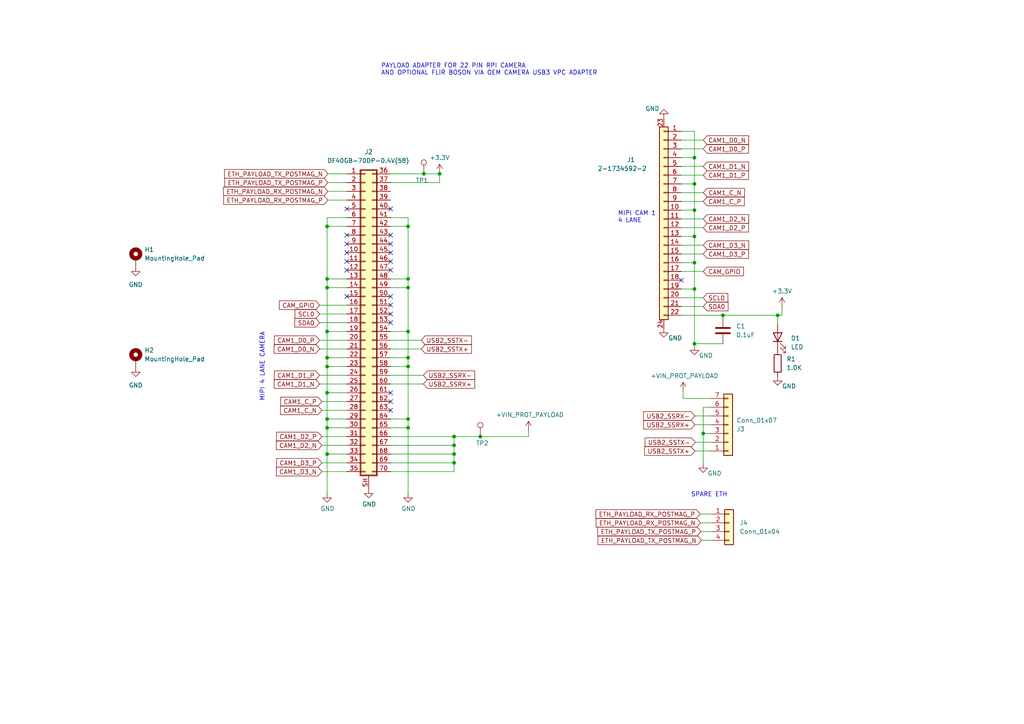
<source format=kicad_sch>
(kicad_sch (version 20230121) (generator eeschema)
  (paper "A4")
  (lib_symbols
    (symbol "+VIN_2" (power) (pin_names (offset 0))
      (property "Value" "+VIN_2" (at 0.381 4.3942 0))
      (symbol "+VIN_2_0_1"
        (polyline (pts (xy -0.762 1.27) (xy 0 2.54)))
        (polyline (pts (xy 0 0) (xy 0 2.54)))
        (polyline (pts (xy 0 2.54) (xy 0.762 1.27)))
      )
      (symbol "+VIN_2_1_1"
        (pin power_in line (at 0 0 90) (length 0) hide (name "+VIN_PROT_PAYLOAD") (number "1"))
      )
    )
    (symbol "Connector:TestPoint" (pin_numbers hide) (pin_names (offset 0.762) hide)
      (property "Reference" "TP" (at 0 6.858 0))
      (property "Value" "TestPoint" (at 0 5.08 0))
      (symbol "TestPoint_0_1"
        (circle (center 0 3.302) (radius 0.762))
      )
      (symbol "TestPoint_1_1"
        (pin passive line (at 0 0 90) (length 2.54) (name "1") (number "1"))
      )
    )
    (symbol "Connector_Generic:Conn_01x04" (pin_names (offset 1.016) hide)
      (property "Reference" "J" (at 0 5.08 0))
      (property "Value" "Conn_01x04" (at 0 -7.62 0))
      (symbol "Conn_01x04_1_1"
        (rectangle (start -1.27 -4.953) (end 0 -5.207) (stroke (width 0.1524)))
        (rectangle (start -1.27 -2.413) (end 0 -2.667) (stroke (width 0.1524)))
        (rectangle (start -1.27 0.127) (end 0 -0.127) (stroke (width 0.1524)))
        (rectangle (start -1.27 2.667) (end 0 2.413) (stroke (width 0.1524)))
        (rectangle (start -1.27 3.81) (end 1.27 -6.35) (stroke (width 0.254)) (fill (type background)))
        (pin passive line (at -5.08 2.54 0) (length 3.81) (name "Pin_1") (number "1"))
        (pin passive line (at -5.08 0 0) (length 3.81) (name "Pin_2") (number "2"))
        (pin passive line (at -5.08 -2.54 0) (length 3.81) (name "Pin_3") (number "3"))
        (pin passive line (at -5.08 -5.08 0) (length 3.81) (name "Pin_4") (number "4"))
      )
    )
    (symbol "Connector_Generic:Conn_01x07" (pin_names (offset 1.016) hide)
      (property "Reference" "J" (at 0 10.16 0))
      (property "Value" "Conn_01x07" (at 0 -10.16 0))
      (symbol "Conn_01x07_1_1"
        (rectangle (start -1.27 -7.493) (end 0 -7.747) (stroke (width 0.1524)))
        (rectangle (start -1.27 -4.953) (end 0 -5.207) (stroke (width 0.1524)))
        (rectangle (start -1.27 -2.413) (end 0 -2.667) (stroke (width 0.1524)))
        (rectangle (start -1.27 0.127) (end 0 -0.127) (stroke (width 0.1524)))
        (rectangle (start -1.27 2.667) (end 0 2.413) (stroke (width 0.1524)))
        (rectangle (start -1.27 5.207) (end 0 4.953) (stroke (width 0.1524)))
        (rectangle (start -1.27 7.747) (end 0 7.493) (stroke (width 0.1524)))
        (rectangle (start -1.27 8.89) (end 1.27 -8.89) (stroke (width 0.254)) (fill (type background)))
        (pin passive line (at -5.08 7.62 0) (length 3.81) (name "Pin_1") (number "1"))
        (pin passive line (at -5.08 5.08 0) (length 3.81) (name "Pin_2") (number "2"))
        (pin passive line (at -5.08 2.54 0) (length 3.81) (name "Pin_3") (number "3"))
        (pin passive line (at -5.08 0 0) (length 3.81) (name "Pin_4") (number "4"))
        (pin passive line (at -5.08 -2.54 0) (length 3.81) (name "Pin_5") (number "5"))
        (pin passive line (at -5.08 -5.08 0) (length 3.81) (name "Pin_6") (number "6"))
        (pin passive line (at -5.08 -7.62 0) (length 3.81) (name "Pin_7") (number "7"))
      )
    )
    (symbol "Connector_Generic:Conn_01x22" (pin_names (offset 1.016) hide)
      (property "Reference" "J8" (at 9.525 17.145 0))
      (property "Value" "2-1734592-2" (at 12.065 14.605 0))
      (symbol "Conn_01x22_1_1"
        (rectangle (start -1.27 -27.813) (end 0 -28.067) (stroke (width 0.1524)))
        (rectangle (start -1.27 -25.273) (end 0 -25.527) (stroke (width 0.1524)))
        (rectangle (start -1.27 -22.733) (end 0 -22.987) (stroke (width 0.1524)))
        (rectangle (start -1.27 -20.193) (end 0 -20.447) (stroke (width 0.1524)))
        (rectangle (start -1.27 -17.653) (end 0 -17.907) (stroke (width 0.1524)))
        (rectangle (start -1.27 -15.113) (end 0 -15.367) (stroke (width 0.1524)))
        (rectangle (start -1.27 -12.573) (end 0 -12.827) (stroke (width 0.1524)))
        (rectangle (start -1.27 -10.033) (end 0 -10.287) (stroke (width 0.1524)))
        (rectangle (start -1.27 -7.493) (end 0 -7.747) (stroke (width 0.1524)))
        (rectangle (start -1.27 -4.953) (end 0 -5.207) (stroke (width 0.1524)))
        (rectangle (start -1.27 -2.413) (end 0 -2.667) (stroke (width 0.1524)))
        (rectangle (start -1.27 0.127) (end 0 -0.127) (stroke (width 0.1524)))
        (rectangle (start -1.27 2.667) (end 0 2.413) (stroke (width 0.1524)))
        (rectangle (start -1.27 5.207) (end 0 4.953) (stroke (width 0.1524)))
        (rectangle (start -1.27 7.747) (end 0 7.493) (stroke (width 0.1524)))
        (rectangle (start -1.27 10.287) (end 0 10.033) (stroke (width 0.1524)))
        (rectangle (start -1.27 12.827) (end 0 12.573) (stroke (width 0.1524)))
        (rectangle (start -1.27 15.367) (end 0 15.113) (stroke (width 0.1524)))
        (rectangle (start -1.27 17.907) (end 0 17.653) (stroke (width 0.1524)))
        (rectangle (start -1.27 20.447) (end 0 20.193) (stroke (width 0.1524)))
        (rectangle (start -1.27 22.987) (end 0 22.733) (stroke (width 0.1524)))
        (rectangle (start -1.27 25.527) (end 0 25.273) (stroke (width 0.1524)))
        (rectangle (start -1.27 26.67) (end 1.27 -29.21) (stroke (width 0.254)) (fill (type background)))
        (pin passive line (at -5.08 25.4 0) (length 3.81) (name "Pin_1") (number "1"))
        (pin passive line (at -5.08 2.54 0) (length 3.81) (name "Pin_10") (number "10"))
        (pin passive line (at -5.08 0 0) (length 3.81) (name "Pin_11") (number "11"))
        (pin passive line (at -5.08 -2.54 0) (length 3.81) (name "Pin_12") (number "12"))
        (pin passive line (at -5.08 -5.08 0) (length 3.81) (name "Pin_13") (number "13"))
        (pin passive line (at -5.08 -7.62 0) (length 3.81) (name "Pin_14") (number "14"))
        (pin passive line (at -5.08 -10.16 0) (length 3.81) (name "Pin_15") (number "15"))
        (pin passive line (at -5.08 -12.7 0) (length 3.81) (name "Pin_16") (number "16"))
        (pin passive line (at -5.08 -15.24 0) (length 3.81) (name "Pin_17") (number "17"))
        (pin passive line (at -5.08 -17.78 0) (length 3.81) (name "Pin_18") (number "18"))
        (pin passive line (at -5.08 -20.32 0) (length 3.81) (name "Pin_19") (number "19"))
        (pin passive line (at -5.08 22.86 0) (length 3.81) (name "Pin_2") (number "2"))
        (pin passive line (at -5.08 -22.86 0) (length 3.81) (name "Pin_20") (number "20"))
        (pin passive line (at -5.08 -25.4 0) (length 3.81) (name "Pin_21") (number "21"))
        (pin passive line (at -5.08 -27.94 0) (length 3.81) (name "Pin_22") (number "22"))
        (pin input line (at 0 29.21 270) (length 2.54) (name "S1") (number "23"))
        (pin input line (at 0 -31.75 90) (length 2.54) (name "S2") (number "24"))
        (pin passive line (at -5.08 20.32 0) (length 3.81) (name "Pin_3") (number "3"))
        (pin passive line (at -5.08 17.78 0) (length 3.81) (name "Pin_4") (number "4"))
        (pin passive line (at -5.08 15.24 0) (length 3.81) (name "Pin_5") (number "5"))
        (pin passive line (at -5.08 12.7 0) (length 3.81) (name "Pin_6") (number "6"))
        (pin passive line (at -5.08 10.16 0) (length 3.81) (name "Pin_7") (number "7"))
        (pin passive line (at -5.08 7.62 0) (length 3.81) (name "Pin_8") (number "8"))
        (pin passive line (at -5.08 5.08 0) (length 3.81) (name "Pin_9") (number "9"))
      )
    )
    (symbol "Connector_Generic_Shielded:Conn_02x35_Top_Bottom_Shielded" (pin_names (offset 1.016) hide)
      (property "Reference" "J" (at 1.524 45.466 0))
      (property "Value" "Conn_02x35_Top_Bottom_Shielded" (at 2.286 -45.466 0))
      (symbol "Conn_02x35_Top_Bottom_Shielded_1_1"
        (rectangle (start -1.27 44.45) (end 3.81 -44.45) (stroke (width 0.1524)))
        (rectangle (start -1.016 -43.053) (end 0.254 -43.307) (stroke (width 0.1524)))
        (rectangle (start -1.016 -40.513) (end 0.254 -40.767) (stroke (width 0.1524)))
        (rectangle (start -1.016 -37.973) (end 0.254 -38.227) (stroke (width 0.1524)))
        (rectangle (start -1.016 -35.433) (end 0.254 -35.687) (stroke (width 0.1524)))
        (rectangle (start -1.016 -32.893) (end 0.254 -33.147) (stroke (width 0.1524)))
        (rectangle (start -1.016 -30.353) (end 0.254 -30.607) (stroke (width 0.1524)))
        (rectangle (start -1.016 -27.813) (end 0.254 -28.067) (stroke (width 0.1524)))
        (rectangle (start -1.016 -25.273) (end 0.254 -25.527) (stroke (width 0.1524)))
        (rectangle (start -1.016 -22.733) (end 0.254 -22.987) (stroke (width 0.1524)))
        (rectangle (start -1.016 -20.193) (end 0.254 -20.447) (stroke (width 0.1524)))
        (rectangle (start -1.016 -17.653) (end 0.254 -17.907) (stroke (width 0.1524)))
        (rectangle (start -1.016 -15.113) (end 0.254 -15.367) (stroke (width 0.1524)))
        (rectangle (start -1.016 -12.573) (end 0.254 -12.827) (stroke (width 0.1524)))
        (rectangle (start -1.016 -10.033) (end 0.254 -10.287) (stroke (width 0.1524)))
        (rectangle (start -1.016 -7.493) (end 0.254 -7.747) (stroke (width 0.1524)))
        (rectangle (start -1.016 -4.953) (end 0.254 -5.207) (stroke (width 0.1524)))
        (rectangle (start -1.016 -2.413) (end 0.254 -2.667) (stroke (width 0.1524)))
        (rectangle (start -1.016 0.127) (end 0.254 -0.127) (stroke (width 0.1524)))
        (rectangle (start -1.016 2.667) (end 0.254 2.413) (stroke (width 0.1524)))
        (rectangle (start -1.016 5.207) (end 0.254 4.953) (stroke (width 0.1524)))
        (rectangle (start -1.016 7.747) (end 0.254 7.493) (stroke (width 0.1524)))
        (rectangle (start -1.016 10.287) (end 0.254 10.033) (stroke (width 0.1524)))
        (rectangle (start -1.016 12.827) (end 0.254 12.573) (stroke (width 0.1524)))
        (rectangle (start -1.016 15.367) (end 0.254 15.113) (stroke (width 0.1524)))
        (rectangle (start -1.016 17.907) (end 0.254 17.653) (stroke (width 0.1524)))
        (rectangle (start -1.016 20.447) (end 0.254 20.193) (stroke (width 0.1524)))
        (rectangle (start -1.016 22.987) (end 0.254 22.733) (stroke (width 0.1524)))
        (rectangle (start -1.016 25.527) (end 0.254 25.273) (stroke (width 0.1524)))
        (rectangle (start -1.016 28.067) (end 0.254 27.813) (stroke (width 0.1524)))
        (rectangle (start -1.016 30.607) (end 0.254 30.353) (stroke (width 0.1524)))
        (rectangle (start -1.016 33.147) (end 0.254 32.893) (stroke (width 0.1524)))
        (rectangle (start -1.016 35.687) (end 0.254 35.433) (stroke (width 0.1524)))
        (rectangle (start -1.016 38.227) (end 0.254 37.973) (stroke (width 0.1524)))
        (rectangle (start -1.016 40.767) (end 0.254 40.513) (stroke (width 0.1524)))
        (rectangle (start -1.016 43.307) (end 0.254 43.053) (stroke (width 0.1524)))
        (rectangle (start -1.016 44.196) (end 3.556 -44.196) (stroke (width 0.254)) (fill (type background)))
        (rectangle (start 3.556 -43.053) (end 2.286 -43.307) (stroke (width 0.1524)))
        (rectangle (start 3.556 -40.513) (end 2.286 -40.767) (stroke (width 0.1524)))
        (rectangle (start 3.556 -37.973) (end 2.286 -38.227) (stroke (width 0.1524)))
        (rectangle (start 3.556 -35.433) (end 2.286 -35.687) (stroke (width 0.1524)))
        (rectangle (start 3.556 -32.893) (end 2.286 -33.147) (stroke (width 0.1524)))
        (rectangle (start 3.556 -30.353) (end 2.286 -30.607) (stroke (width 0.1524)))
        (rectangle (start 3.556 -27.813) (end 2.286 -28.067) (stroke (width 0.1524)))
        (rectangle (start 3.556 -25.273) (end 2.286 -25.527) (stroke (width 0.1524)))
        (rectangle (start 3.556 -22.733) (end 2.286 -22.987) (stroke (width 0.1524)))
        (rectangle (start 3.556 -20.193) (end 2.286 -20.447) (stroke (width 0.1524)))
        (rectangle (start 3.556 -17.653) (end 2.286 -17.907) (stroke (width 0.1524)))
        (rectangle (start 3.556 -15.113) (end 2.286 -15.367) (stroke (width 0.1524)))
        (rectangle (start 3.556 -12.573) (end 2.286 -12.827) (stroke (width 0.1524)))
        (rectangle (start 3.556 -10.033) (end 2.286 -10.287) (stroke (width 0.1524)))
        (rectangle (start 3.556 -7.493) (end 2.286 -7.747) (stroke (width 0.1524)))
        (rectangle (start 3.556 -4.953) (end 2.286 -5.207) (stroke (width 0.1524)))
        (rectangle (start 3.556 -2.413) (end 2.286 -2.667) (stroke (width 0.1524)))
        (rectangle (start 3.556 0.127) (end 2.286 -0.127) (stroke (width 0.1524)))
        (rectangle (start 3.556 2.667) (end 2.286 2.413) (stroke (width 0.1524)))
        (rectangle (start 3.556 5.207) (end 2.286 4.953) (stroke (width 0.1524)))
        (rectangle (start 3.556 7.747) (end 2.286 7.493) (stroke (width 0.1524)))
        (rectangle (start 3.556 10.287) (end 2.286 10.033) (stroke (width 0.1524)))
        (rectangle (start 3.556 12.827) (end 2.286 12.573) (stroke (width 0.1524)))
        (rectangle (start 3.556 15.367) (end 2.286 15.113) (stroke (width 0.1524)))
        (rectangle (start 3.556 17.907) (end 2.286 17.653) (stroke (width 0.1524)))
        (rectangle (start 3.556 20.447) (end 2.286 20.193) (stroke (width 0.1524)))
        (rectangle (start 3.556 22.987) (end 2.286 22.733) (stroke (width 0.1524)))
        (rectangle (start 3.556 25.527) (end 2.286 25.273) (stroke (width 0.1524)))
        (rectangle (start 3.556 28.067) (end 2.286 27.813) (stroke (width 0.1524)))
        (rectangle (start 3.556 30.607) (end 2.286 30.353) (stroke (width 0.1524)))
        (rectangle (start 3.556 33.147) (end 2.286 32.893) (stroke (width 0.1524)))
        (rectangle (start 3.556 35.687) (end 2.286 35.433) (stroke (width 0.1524)))
        (rectangle (start 3.556 38.227) (end 2.286 37.973) (stroke (width 0.1524)))
        (rectangle (start 3.556 40.767) (end 2.286 40.513) (stroke (width 0.1524)))
        (rectangle (start 3.556 43.307) (end 2.286 43.053) (stroke (width 0.1524)))
        (pin passive line (at -5.08 43.18 0) (length 4.064) (name "Pin_1") (number "1"))
        (pin passive line (at -5.08 20.32 0) (length 4.064) (name "Pin_10") (number "10"))
        (pin passive line (at -5.08 17.78 0) (length 4.064) (name "Pin_11") (number "11"))
        (pin passive line (at -5.08 15.24 0) (length 4.064) (name "Pin_12") (number "12"))
        (pin passive line (at -5.08 12.7 0) (length 4.064) (name "Pin_13") (number "13"))
        (pin passive line (at -5.08 10.16 0) (length 4.064) (name "Pin_14") (number "14"))
        (pin passive line (at -5.08 7.62 0) (length 4.064) (name "Pin_15") (number "15"))
        (pin passive line (at -5.08 5.08 0) (length 4.064) (name "Pin_16") (number "16"))
        (pin passive line (at -5.08 2.54 0) (length 4.064) (name "Pin_17") (number "17"))
        (pin passive line (at -5.08 0 0) (length 4.064) (name "Pin_18") (number "18"))
        (pin passive line (at -5.08 -2.54 0) (length 4.064) (name "Pin_19") (number "19"))
        (pin passive line (at -5.08 40.64 0) (length 4.064) (name "Pin_2") (number "2"))
        (pin passive line (at -5.08 -5.08 0) (length 4.064) (name "Pin_20") (number "20"))
        (pin passive line (at -5.08 -7.62 0) (length 4.064) (name "Pin_21") (number "21"))
        (pin passive line (at -5.08 -10.16 0) (length 4.064) (name "Pin_22") (number "22"))
        (pin passive line (at -5.08 -12.7 0) (length 4.064) (name "Pin_23") (number "23"))
        (pin passive line (at -5.08 -15.24 0) (length 4.064) (name "Pin_24") (number "24"))
        (pin passive line (at -5.08 -17.78 0) (length 4.064) (name "Pin_25") (number "25"))
        (pin passive line (at -5.08 -20.32 0) (length 4.064) (name "Pin_26") (number "26"))
        (pin passive line (at -5.08 -22.86 0) (length 4.064) (name "Pin_27") (number "27"))
        (pin passive line (at -5.08 -25.4 0) (length 4.064) (name "Pin_28") (number "28"))
        (pin passive line (at -5.08 -27.94 0) (length 4.064) (name "Pin_29") (number "29"))
        (pin passive line (at -5.08 38.1 0) (length 4.064) (name "Pin_3") (number "3"))
        (pin passive line (at -5.08 -30.48 0) (length 4.064) (name "Pin_30") (number "30"))
        (pin passive line (at -5.08 -33.02 0) (length 4.064) (name "Pin_31") (number "31"))
        (pin passive line (at -5.08 -35.56 0) (length 4.064) (name "Pin_32") (number "32"))
        (pin passive line (at -5.08 -38.1 0) (length 4.064) (name "Pin_33") (number "33"))
        (pin passive line (at -5.08 -40.64 0) (length 4.064) (name "Pin_34") (number "34"))
        (pin passive line (at -5.08 -43.18 0) (length 4.064) (name "Pin_35") (number "35"))
        (pin passive line (at 7.62 43.18 180) (length 4.064) (name "Pin_36") (number "36"))
        (pin passive line (at 7.62 40.64 180) (length 4.064) (name "Pin_37") (number "37"))
        (pin passive line (at 7.62 38.1 180) (length 4.064) (name "Pin_38") (number "38"))
        (pin passive line (at 7.62 35.56 180) (length 4.064) (name "Pin_39") (number "39"))
        (pin passive line (at -5.08 35.56 0) (length 4.064) (name "Pin_4") (number "4"))
        (pin passive line (at 7.62 33.02 180) (length 4.064) (name "Pin_40") (number "40"))
        (pin passive line (at 7.62 30.48 180) (length 4.064) (name "Pin_41") (number "41"))
        (pin passive line (at 7.62 27.94 180) (length 4.064) (name "Pin_42") (number "42"))
        (pin passive line (at 7.62 25.4 180) (length 4.064) (name "Pin_43") (number "43"))
        (pin passive line (at 7.62 22.86 180) (length 4.064) (name "Pin_44") (number "44"))
        (pin passive line (at 7.62 20.32 180) (length 4.064) (name "Pin_45") (number "45"))
        (pin passive line (at 7.62 17.78 180) (length 4.064) (name "Pin_46") (number "46"))
        (pin passive line (at 7.62 15.24 180) (length 4.064) (name "Pin_47") (number "47"))
        (pin passive line (at 7.62 12.7 180) (length 4.064) (name "Pin_48") (number "48"))
        (pin passive line (at 7.62 10.16 180) (length 4.064) (name "Pin_49") (number "49"))
        (pin passive line (at -5.08 33.02 0) (length 4.064) (name "Pin_5") (number "5"))
        (pin passive line (at 7.62 7.62 180) (length 4.064) (name "Pin_50") (number "50"))
        (pin passive line (at 7.62 5.08 180) (length 4.064) (name "Pin_51") (number "51"))
        (pin passive line (at 7.62 2.54 180) (length 4.064) (name "Pin_52") (number "52"))
        (pin passive line (at 7.62 0 180) (length 4.064) (name "Pin_53") (number "53"))
        (pin passive line (at 7.62 -2.54 180) (length 4.064) (name "Pin_54") (number "54"))
        (pin passive line (at 7.62 -5.08 180) (length 4.064) (name "Pin_55") (number "55"))
        (pin passive line (at 7.62 -7.62 180) (length 4.064) (name "Pin_56") (number "56"))
        (pin passive line (at 7.62 -10.16 180) (length 4.064) (name "Pin_57") (number "57"))
        (pin passive line (at 7.62 -12.7 180) (length 4.064) (name "Pin_58") (number "58"))
        (pin passive line (at 7.62 -15.24 180) (length 4.064) (name "Pin_59") (number "59"))
        (pin passive line (at -5.08 30.48 0) (length 4.064) (name "Pin_6") (number "6"))
        (pin passive line (at 7.62 -17.78 180) (length 4.064) (name "Pin_60") (number "60"))
        (pin passive line (at 7.62 -20.32 180) (length 4.064) (name "Pin_61") (number "61"))
        (pin passive line (at 7.62 -22.86 180) (length 4.064) (name "Pin_62") (number "62"))
        (pin passive line (at 7.62 -25.4 180) (length 4.064) (name "Pin_63") (number "63"))
        (pin passive line (at 7.62 -27.94 180) (length 4.064) (name "Pin_64") (number "64"))
        (pin passive line (at 7.62 -30.48 180) (length 4.064) (name "Pin_65") (number "65"))
        (pin passive line (at 7.62 -33.02 180) (length 4.064) (name "Pin_66") (number "66"))
        (pin passive line (at 7.62 -35.56 180) (length 4.064) (name "Pin_67") (number "67"))
        (pin passive line (at 7.62 -38.1 180) (length 4.064) (name "Pin_68") (number "68"))
        (pin passive line (at 7.62 -40.64 180) (length 4.064) (name "Pin_69") (number "69"))
        (pin passive line (at -5.08 27.94 0) (length 4.064) (name "Pin_7") (number "7"))
        (pin passive line (at 7.62 -43.18 180) (length 4.064) (name "Pin_70") (number "70"))
        (pin passive line (at -5.08 25.4 0) (length 4.064) (name "Pin_8") (number "8"))
        (pin passive line (at -5.08 22.86 0) (length 4.064) (name "Pin_9") (number "9"))
        (pin passive line (at 1.27 -48.26 90) (length 3.81) (name "Shield") (number "SH"))
      )
    )
    (symbol "Device:C" (pin_numbers hide) (pin_names (offset 0.254))
      (property "Reference" "C" (at 0.635 2.54 0))
      (property "Value" "C" (at 0.635 -2.54 0))
      (symbol "C_0_1"
        (polyline (pts (xy -2.032 -0.762) (xy 2.032 -0.762)) (stroke (width 0.508)))
        (polyline (pts (xy -2.032 0.762) (xy 2.032 0.762)) (stroke (width 0.508)))
      )
      (symbol "C_1_1"
        (pin passive line (at 0 3.81 270) (length 2.794) (name "~") (number "1"))
        (pin passive line (at 0 -3.81 90) (length 2.794) (name "~") (number "2"))
      )
    )
    (symbol "Device:LED" (pin_numbers hide) (pin_names (offset 1.016) hide)
      (property "Reference" "D" (at 0 2.54 0))
      (property "Value" "LED" (at 0 -2.54 0))
      (symbol "LED_0_1"
        (polyline (pts (xy -1.27 -1.27) (xy -1.27 1.27)) (stroke (width 0.254)))
        (polyline (pts (xy -1.27 0) (xy 1.27 0)))
        (polyline (pts (xy 1.27 -1.27) (xy 1.27 1.27) (xy -1.27 0) (xy 1.27 -1.27)) (stroke (width 0.254)))
        (polyline (pts (xy -3.048 -0.762) (xy -4.572 -2.286) (xy -3.81 -2.286) (xy -4.572 -2.286) (xy -4.572 -1.524)))
        (polyline (pts (xy -1.778 -0.762) (xy -3.302 -2.286) (xy -2.54 -2.286) (xy -3.302 -2.286) (xy -3.302 -1.524)))
      )
      (symbol "LED_1_1"
        (pin passive line (at -3.81 0 0) (length 2.54) (name "K") (number "1"))
        (pin passive line (at 3.81 0 180) (length 2.54) (name "A") (number "2"))
      )
    )
    (symbol "Device:R" (pin_numbers hide) (pin_names (offset 0))
      (property "Reference" "R" (at 2.032 0 90))
      (property "Value" "R" (at 0 0 90))
      (symbol "R_0_1"
        (rectangle (start -1.016 -2.54) (end 1.016 2.54) (stroke (width 0.254)))
      )
      (symbol "R_1_1"
        (pin passive line (at 0 3.81 270) (length 1.27) (name "~") (number "1"))
        (pin passive line (at 0 -3.81 90) (length 1.27) (name "~") (number "2"))
      )
    )
    (symbol "Mechanical:MountingHole_Pad" (pin_numbers hide) (pin_names (offset 1.016) hide)
      (property "Reference" "H" (at 0 6.35 0))
      (property "Value" "MountingHole_Pad" (at 0 4.445 0))
      (symbol "MountingHole_Pad_0_1"
        (circle (center 0 1.27) (radius 1.27) (stroke (width 1.27)))
      )
      (symbol "MountingHole_Pad_1_1"
        (pin input line (at 0 -2.54 90) (length 2.54) (name "1") (number "1"))
      )
    )
    (symbol "custom_power:GND" (power) (pin_names (offset 0))
      (property "Value" "GND" (at 0 -3.81 0))
      (symbol "GND_0_1"
        (polyline (pts (xy 0 0) (xy 0 -1.27) (xy 1.27 -1.27) (xy 0 -2.54) (xy -1.27 -1.27) (xy 0 -1.27)))
      )
      (symbol "GND_1_1"
        (pin power_in line (at 0 0 270) (length 0) hide (name "GND") (number "1"))
      )
    )
    (symbol "power:+3.3V" (power) (pin_names (offset 0))
      (property "Value" "+3.3V" (at 0 3.556 0))
      (symbol "+3.3V_0_1"
        (polyline (pts (xy -0.762 1.27) (xy 0 2.54)))
        (polyline (pts (xy 0 0) (xy 0 2.54)))
        (polyline (pts (xy 0 2.54) (xy 0.762 1.27)))
      )
      (symbol "+3.3V_1_1"
        (pin power_in line (at 0 0 90) (length 0) hide (name "+3.3V") (number "1"))
      )
    )
    (symbol "power:GND" (power) (pin_names (offset 0))
      (property "Value" "GND" (at 0 -3.81 0))
      (symbol "GND_0_1"
        (polyline (pts (xy 0 0) (xy 0 -1.27) (xy 1.27 -1.27) (xy 0 -2.54) (xy -1.27 -1.27) (xy 0 -1.27)))
      )
      (symbol "GND_1_1"
        (pin power_in line (at 0 0 270) (length 0) hide (name "GND") (number "1"))
      )
    )
  )
  (junction (at 118.364 124.079))
  (junction (at 118.364 80.899))
  (junction (at 118.364 121.539))
  (junction (at 118.364 103.759))
  (junction (at 118.364 106.299))
  (junction (at 201.422 83.82))
  (junction (at 201.422 45.72))
  (junction (at 94.869 124.079))
  (junction (at 94.869 131.699))
  (junction (at 203.962 125.73))
  (junction (at 131.699 126.619))
  (junction (at 94.869 83.439))
  (junction (at 131.699 134.239))
  (junction (at 118.364 65.659))
  (junction (at 131.699 129.159))
  (junction (at 122.936 50.419))
  (junction (at 201.422 76.2))
  (junction (at 225.552 91.44))
  (junction (at 209.677 91.44))
  (junction (at 118.364 83.439))
  (junction (at 201.422 53.34))
  (junction (at 94.869 103.759))
  (junction (at 127.508 50.419))
  (junction (at 94.869 113.919))
  (junction (at 94.869 121.539))
  (junction (at 201.422 60.96))
  (junction (at 131.699 131.699))
  (junction (at 118.364 96.139))
  (junction (at 94.869 96.139))
  (junction (at 94.869 65.659))
  (junction (at 201.422 68.58))
  (junction (at 94.869 80.899))
  (junction (at 139.319 126.619))
  (junction (at 201.422 99.695))
  (junction (at 94.869 106.299))
  (no_connect (at 100.584 73.279))
  (no_connect (at 113.284 93.599))
  (no_connect (at 100.584 60.579))
  (no_connect (at 100.584 68.199))
  (no_connect (at 113.284 88.519))
  (no_connect (at 113.284 78.359))
  (no_connect (at 113.284 68.199))
  (no_connect (at 113.284 73.279))
  (no_connect (at 113.284 91.059))
  (no_connect (at 100.584 70.739))
  (no_connect (at 113.284 60.579))
  (no_connect (at 113.284 118.999))
  (no_connect (at 197.612 81.28))
  (no_connect (at 100.584 78.359))
  (no_connect (at 113.284 85.979))
  (no_connect (at 113.284 75.819))
  (no_connect (at 100.584 85.979))
  (no_connect (at 113.284 113.919))
  (no_connect (at 113.284 116.459))
  (no_connect (at 113.284 70.739))
  (no_connect (at 100.584 75.819))
  (wire (pts (xy 94.869 121.539) (xy 100.584 121.539)))
  (wire (pts (xy 94.869 106.299) (xy 94.869 103.759)))
  (wire (pts (xy 201.549 130.81) (xy 206.121 130.81)))
  (wire (pts (xy 131.699 136.779) (xy 131.699 134.239)))
  (wire (pts (xy 118.364 121.539) (xy 118.364 124.079)))
  (wire (pts (xy 113.284 131.699) (xy 131.699 131.699)))
  (wire (pts (xy 113.284 101.219) (xy 122.174 101.219)))
  (wire (pts (xy 113.284 134.239) (xy 131.699 134.239)))
  (wire (pts (xy 203.327 154.178) (xy 206.375 154.178)))
  (wire (pts (xy 131.699 131.699) (xy 131.699 129.159)))
  (wire (pts (xy 93.345 126.619) (xy 100.584 126.619)))
  (wire (pts (xy 203.962 118.11) (xy 203.962 125.73)))
  (wire (pts (xy 118.364 63.119) (xy 118.364 65.659)))
  (wire (pts (xy 92.71 101.219) (xy 100.584 101.219)))
  (wire (pts (xy 139.319 126.619) (xy 153.289 126.619)))
  (wire (pts (xy 197.612 71.12) (xy 203.962 71.12)))
  (wire (pts (xy 94.869 113.919) (xy 100.584 113.919)))
  (wire (pts (xy 225.552 91.44) (xy 226.822 91.44)))
  (wire (pts (xy 127.508 50.419) (xy 122.936 50.419)))
  (wire (pts (xy 93.345 134.239) (xy 100.584 134.239)))
  (wire (pts (xy 113.284 111.379) (xy 122.809 111.379)))
  (wire (pts (xy 118.364 65.659) (xy 118.364 80.899)))
  (wire (pts (xy 95.123 50.419) (xy 100.584 50.419)))
  (wire (pts (xy 197.612 66.04) (xy 203.962 66.04)))
  (wire (pts (xy 95.123 52.959) (xy 100.584 52.959)))
  (wire (pts (xy 92.71 111.379) (xy 100.584 111.379)))
  (wire (pts (xy 92.71 98.679) (xy 100.584 98.679)))
  (wire (pts (xy 153.289 126.619) (xy 153.289 124.714)))
  (wire (pts (xy 92.71 93.599) (xy 100.584 93.599)))
  (wire (pts (xy 197.612 55.88) (xy 203.962 55.88)))
  (wire (pts (xy 94.869 65.659) (xy 94.869 80.899)))
  (wire (pts (xy 118.364 96.139) (xy 118.364 103.759)))
  (wire (pts (xy 197.612 86.36) (xy 203.962 86.36)))
  (wire (pts (xy 201.422 38.1) (xy 201.422 45.72)))
  (wire (pts (xy 113.284 108.839) (xy 122.809 108.839)))
  (wire (pts (xy 197.612 43.18) (xy 203.962 43.18)))
  (wire (pts (xy 197.612 91.44) (xy 209.677 91.44)))
  (wire (pts (xy 203.073 149.098) (xy 206.375 149.098)))
  (wire (pts (xy 201.549 123.19) (xy 206.121 123.19)))
  (wire (pts (xy 197.612 60.96) (xy 201.422 60.96)))
  (wire (pts (xy 94.869 131.699) (xy 94.869 124.079)))
  (wire (pts (xy 203.2 151.638) (xy 206.375 151.638)))
  (wire (pts (xy 118.364 124.079) (xy 118.364 143.129)))
  (wire (pts (xy 198.12 115.57) (xy 206.121 115.57)))
  (wire (pts (xy 197.612 88.9) (xy 203.962 88.9)))
  (wire (pts (xy 113.284 124.079) (xy 118.364 124.079)))
  (wire (pts (xy 127.508 52.959) (xy 127.508 50.419)))
  (wire (pts (xy 94.869 106.299) (xy 94.869 113.919)))
  (wire (pts (xy 113.284 106.299) (xy 118.364 106.299)))
  (wire (pts (xy 94.869 83.439) (xy 100.584 83.439)))
  (wire (pts (xy 226.822 88.9) (xy 226.822 91.44)))
  (wire (pts (xy 92.71 108.839) (xy 100.584 108.839)))
  (wire (pts (xy 95.123 55.499) (xy 100.584 55.499)))
  (wire (pts (xy 94.869 65.659) (xy 100.584 65.659)))
  (wire (pts (xy 94.869 83.439) (xy 94.869 96.139)))
  (wire (pts (xy 203.962 125.73) (xy 206.121 125.73)))
  (wire (pts (xy 198.12 113.411) (xy 198.12 115.57)))
  (wire (pts (xy 113.284 126.619) (xy 131.699 126.619)))
  (wire (pts (xy 94.869 65.659) (xy 94.869 63.119)))
  (wire (pts (xy 94.869 124.079) (xy 100.584 124.079)))
  (wire (pts (xy 197.612 78.74) (xy 203.962 78.74)))
  (wire (pts (xy 94.869 113.919) (xy 94.869 121.539)))
  (wire (pts (xy 113.284 103.759) (xy 118.364 103.759)))
  (wire (pts (xy 94.869 124.079) (xy 94.869 121.539)))
  (wire (pts (xy 93.345 136.779) (xy 100.584 136.779)))
  (wire (pts (xy 197.612 53.34) (xy 201.422 53.34)))
  (wire (pts (xy 113.284 129.159) (xy 131.699 129.159)))
  (wire (pts (xy 113.284 80.899) (xy 118.364 80.899)))
  (wire (pts (xy 118.364 80.899) (xy 118.364 83.439)))
  (wire (pts (xy 201.422 83.82) (xy 201.422 99.695)))
  (wire (pts (xy 197.612 63.5) (xy 203.962 63.5)))
  (wire (pts (xy 94.869 80.899) (xy 100.584 80.899)))
  (wire (pts (xy 118.364 83.439) (xy 118.364 96.139)))
  (wire (pts (xy 118.364 106.299) (xy 118.364 121.539)))
  (wire (pts (xy 94.869 131.699) (xy 100.584 131.699)))
  (wire (pts (xy 113.284 65.659) (xy 118.364 65.659)))
  (wire (pts (xy 131.699 126.619) (xy 139.319 126.619)))
  (wire (pts (xy 94.869 63.119) (xy 100.584 63.119)))
  (wire (pts (xy 197.612 40.64) (xy 203.962 40.64)))
  (wire (pts (xy 93.345 129.159) (xy 100.584 129.159)))
  (wire (pts (xy 94.869 103.759) (xy 100.584 103.759)))
  (wire (pts (xy 95.123 58.039) (xy 100.584 58.039)))
  (wire (pts (xy 197.612 48.26) (xy 203.962 48.26)))
  (wire (pts (xy 225.552 91.44) (xy 225.552 93.98)))
  (wire (pts (xy 113.284 136.779) (xy 131.699 136.779)))
  (wire (pts (xy 131.699 134.239) (xy 131.699 131.699)))
  (wire (pts (xy 197.612 50.8) (xy 203.962 50.8)))
  (wire (pts (xy 201.422 60.96) (xy 201.422 68.58)))
  (wire (pts (xy 203.454 156.718) (xy 206.375 156.718)))
  (wire (pts (xy 113.284 83.439) (xy 118.364 83.439)))
  (wire (pts (xy 197.612 38.1) (xy 201.422 38.1)))
  (wire (pts (xy 197.612 83.82) (xy 201.422 83.82)))
  (wire (pts (xy 201.422 99.695) (xy 201.422 100.33)))
  (wire (pts (xy 127.508 52.959) (xy 113.284 52.959)))
  (wire (pts (xy 201.422 99.695) (xy 209.677 99.695)))
  (wire (pts (xy 94.869 106.299) (xy 100.584 106.299)))
  (wire (pts (xy 209.677 91.44) (xy 209.677 92.075)))
  (wire (pts (xy 201.549 120.65) (xy 206.121 120.65)))
  (wire (pts (xy 201.676 128.27) (xy 206.121 128.27)))
  (wire (pts (xy 92.71 91.059) (xy 100.584 91.059)))
  (wire (pts (xy 93.345 116.459) (xy 100.584 116.459)))
  (wire (pts (xy 93.345 118.999) (xy 100.584 118.999)))
  (wire (pts (xy 131.699 126.619) (xy 131.699 129.159)))
  (wire (pts (xy 201.422 76.2) (xy 201.422 83.82)))
  (wire (pts (xy 197.612 45.72) (xy 201.422 45.72)))
  (wire (pts (xy 197.612 76.2) (xy 201.422 76.2)))
  (wire (pts (xy 122.936 50.419) (xy 113.284 50.419)))
  (wire (pts (xy 113.284 96.139) (xy 118.364 96.139)))
  (wire (pts (xy 127.508 50.419) (xy 127.508 50.165)))
  (wire (pts (xy 197.612 73.66) (xy 203.962 73.66)))
  (wire (pts (xy 203.962 125.73) (xy 203.962 134.493)))
  (wire (pts (xy 209.677 91.44) (xy 225.552 91.44)))
  (wire (pts (xy 113.284 121.539) (xy 118.364 121.539)))
  (wire (pts (xy 92.71 88.519) (xy 100.584 88.519)))
  (wire (pts (xy 94.869 143.129) (xy 94.869 131.699)))
  (wire (pts (xy 197.612 68.58) (xy 201.422 68.58)))
  (wire (pts (xy 206.121 118.11) (xy 203.962 118.11)))
  (wire (pts (xy 201.422 68.58) (xy 201.422 76.2)))
  (wire (pts (xy 94.869 83.439) (xy 94.869 80.899)))
  (wire (pts (xy 94.869 96.139) (xy 94.869 103.759)))
  (wire (pts (xy 113.284 63.119) (xy 118.364 63.119)))
  (wire (pts (xy 197.612 58.42) (xy 203.962 58.42)))
  (wire (pts (xy 201.422 53.34) (xy 201.422 60.96)))
  (wire (pts (xy 118.364 103.759) (xy 118.364 106.299)))
  (wire (pts (xy 113.284 98.679) (xy 122.174 98.679)))
  (wire (pts (xy 201.422 45.72) (xy 201.422 53.34)))
  (wire (pts (xy 94.869 96.139) (xy 100.584 96.139)))
  (text "PAYLOAD ADAPTER FOR 22 PIN RPI CAMERA\nAND OPTIONAL FLIR BOSON VIA OEM CAMERA USB3 VPC ADAPTER" (at 110.49 21.971 0) (effects (font (size 1.27 1.27)) (justify left bottom)))
  (text "MIPI CAM 1\n4 LANE" (at 179.197 64.77 0) (effects (font (size 1.27 1.27)) (justify left bottom)))
  (text "MIPI 4 LANE CAMERA" (at 76.835 116.459 90) (effects (font (size 1.27 1.27)) (justify left bottom)))
  (text "SPARE ETH" (at 200.406 144.272 0) (effects (font (size 1.27 1.27)) (justify left bottom)))
  (global_label "CAM1_D2_N" (shape input) (at 93.345 129.159 180) (property "Intersheetrefs" "${INTERSHEET_REFS}" (effects hide)))
  (global_label "CAM1_D0_P" (shape input) (at 92.71 98.679 180) (property "Intersheetrefs" "${INTERSHEET_REFS}" (effects hide)))
  (global_label "ETH_PAYLOAD_RX_POSTMAG_N" (shape input) (at 203.2 151.638 180) (property "Intersheetrefs" "${INTERSHEET_REFS}" (effects hide)))
  (global_label "CAM1_D0_N" (shape input) (at 203.962 40.64 0) (property "Intersheetrefs" "${INTERSHEET_REFS}" (effects hide)))
  (global_label "ETH_PAYLOAD_TX_POSTMAG_P" (shape input) (at 203.327 154.178 180) (property "Intersheetrefs" "${INTERSHEET_REFS}" (effects hide)))
  (global_label "CAM1_C_N" (shape input) (at 203.962 55.88 0) (property "Intersheetrefs" "${INTERSHEET_REFS}" (effects hide)))
  (global_label "CAM1_D1_N" (shape input) (at 203.962 48.26 0) (property "Intersheetrefs" "${INTERSHEET_REFS}" (effects hide)))
  (global_label "CAM1_D3_N" (shape input) (at 93.345 136.779 180) (property "Intersheetrefs" "${INTERSHEET_REFS}" (effects hide)))
  (global_label "CAM1_D3_N" (shape input) (at 203.962 71.12 0) (property "Intersheetrefs" "${INTERSHEET_REFS}" (effects hide)))
  (global_label "CAM1_D1_P" (shape input) (at 203.962 50.8 0) (property "Intersheetrefs" "${INTERSHEET_REFS}" (effects hide)))
  (global_label "CAM1_C_P" (shape input) (at 93.345 116.459 180) (property "Intersheetrefs" "${INTERSHEET_REFS}" (effects hide)))
  (global_label "CAM1_D3_P" (shape input) (at 93.345 134.239 180) (property "Intersheetrefs" "${INTERSHEET_REFS}" (effects hide)))
  (global_label "CAM1_D2_N" (shape input) (at 203.962 63.5 0) (property "Intersheetrefs" "${INTERSHEET_REFS}" (effects hide)))
  (global_label "ETH_PAYLOAD_RX_POSTMAG_P" (shape input) (at 203.073 149.098 180) (property "Intersheetrefs" "${INTERSHEET_REFS}" (effects hide)))
  (global_label "CAM1_D3_P" (shape input) (at 203.962 73.66 0) (property "Intersheetrefs" "${INTERSHEET_REFS}" (effects hide)))
  (global_label "CAM1_C_P" (shape input) (at 203.962 58.42 0) (property "Intersheetrefs" "${INTERSHEET_REFS}" (effects hide)))
  (global_label "CAM1_D2_P" (shape input) (at 93.345 126.619 180) (property "Intersheetrefs" "${INTERSHEET_REFS}" (effects hide)))
  (global_label "ETH_PAYLOAD_RX_POSTMAG_P" (shape input) (at 95.123 58.039 180) (property "Intersheetrefs" "${INTERSHEET_REFS}" (effects hide)))
  (global_label "CAM1_D1_P" (shape input) (at 92.71 108.839 180) (property "Intersheetrefs" "${INTERSHEET_REFS}" (effects hide)))
  (global_label "ETH_PAYLOAD_TX_POSTMAG_N" (shape input) (at 203.454 156.718 180) (property "Intersheetrefs" "${INTERSHEET_REFS}" (effects hide)))
  (global_label "USB2_SSTX+" (shape input) (at 201.549 130.81 180) (property "Intersheetrefs" "${INTERSHEET_REFS}" (effects hide)))
  (global_label "SCL0" (shape input) (at 203.962 86.36 0) (property "Intersheetrefs" "${INTERSHEET_REFS}" (effects hide)))
  (global_label "USB2_SSTX+" (shape input) (at 122.174 101.219 0) (property "Intersheetrefs" "${INTERSHEET_REFS}" (effects hide)))
  (global_label "USB2_SSRX+" (shape input) (at 201.549 123.19 180) (property "Intersheetrefs" "${INTERSHEET_REFS}" (effects hide)))
  (global_label "USB2_SSRX-" (shape input) (at 122.809 108.839 0) (property "Intersheetrefs" "${INTERSHEET_REFS}" (effects hide)))
  (global_label "ETH_PAYLOAD_TX_POSTMAG_N" (shape input) (at 95.123 50.419 180) (property "Intersheetrefs" "${INTERSHEET_REFS}" (effects hide)))
  (global_label "CAM1_D1_N" (shape input) (at 92.71 111.379 180) (property "Intersheetrefs" "${INTERSHEET_REFS}" (effects hide)))
  (global_label "ETH_PAYLOAD_TX_POSTMAG_P" (shape input) (at 95.123 52.959 180) (property "Intersheetrefs" "${INTERSHEET_REFS}" (effects hide)))
  (global_label "SCL0" (shape input) (at 92.71 91.059 180) (property "Intersheetrefs" "${INTERSHEET_REFS}" (effects hide)))
  (global_label "CAM_GPIO" (shape input) (at 203.962 78.74 0) (property "Intersheetrefs" "${INTERSHEET_REFS}" (effects hide)))
  (global_label "CAM1_D0_N" (shape input) (at 92.71 101.219 180) (property "Intersheetrefs" "${INTERSHEET_REFS}" (effects hide)))
  (global_label "USB2_SSRX-" (shape input) (at 201.549 120.65 180) (property "Intersheetrefs" "${INTERSHEET_REFS}" (effects hide)))
  (global_label "CAM_GPIO" (shape input) (at 92.71 88.519 180) (property "Intersheetrefs" "${INTERSHEET_REFS}" (effects hide)))
  (global_label "USB2_SSTX-" (shape input) (at 122.174 98.679 0) (property "Intersheetrefs" "${INTERSHEET_REFS}" (effects hide)))
  (global_label "ETH_PAYLOAD_RX_POSTMAG_N" (shape input) (at 95.123 55.499 180) (property "Intersheetrefs" "${INTERSHEET_REFS}" (effects hide)))
  (global_label "USB2_SSRX+" (shape input) (at 122.809 111.379 0) (property "Intersheetrefs" "${INTERSHEET_REFS}" (effects hide)))
  (global_label "CAM1_D0_P" (shape input) (at 203.962 43.18 0) (property "Intersheetrefs" "${INTERSHEET_REFS}" (effects hide)))
  (global_label "SDA0" (shape input) (at 203.962 88.9 0) (property "Intersheetrefs" "${INTERSHEET_REFS}" (effects hide)))
  (global_label "USB2_SSTX-" (shape input) (at 201.676 128.27 180) (property "Intersheetrefs" "${INTERSHEET_REFS}" (effects hide)))
  (global_label "CAM1_D2_P" (shape input) (at 203.962 66.04 0) (property "Intersheetrefs" "${INTERSHEET_REFS}" (effects hide)))
  (global_label "SDA0" (shape input) (at 92.71 93.599 180) (property "Intersheetrefs" "${INTERSHEET_REFS}" (effects hide)))
  (global_label "CAM1_C_N" (shape input) (at 93.345 118.999 180) (property "Intersheetrefs" "${INTERSHEET_REFS}" (effects hide)))
  (symbol (lib_id "Connector_Generic:Conn_01x22") (at 192.532 63.5 0) (mirror y) (unit 1)
    (property "Reference" "J1" (at 183.007 46.355 0))
    (property "Value" "2-1734592-2" (at 180.467 48.895 0))
    (property "Footprint" "UVDL.Pretty:CONN22_2-1734592-2" (effects hide))
    (property "Part Num" "2-1734592-2" (effects hide))
  )
  (symbol (lib_id "Connector:TestPoint") (at 139.319 126.619 0) (unit 1) (in_bom no)
    (property "Reference" "TP2" (at 138.049 128.524 0) (effects (justify left)))
    (property "Value" "TestPoint" (effects hide))
    (property "Footprint" "TestPoint:TestPoint_Pad_D1.0mm" (effects hide))
    (property "Part Num" "DNI" (effects hide))
  )
  (symbol (lib_id "custom_power:GND") (at 118.364 143.129 0) (unit 1)
    (property "Reference" "#PWR011" (effects hide))
    (property "Value" "GND" (at 118.491 147.5232 0))
  )
  (symbol (lib_id "power:GND") (at 39.37 106.68 0) (unit 1)
    (property "Reference" "#PWR02" (effects hide))
    (property "Value" "GND" (at 39.37 111.76 0))
  )
  (symbol (lib_id "custom_power:GND") (at 192.532 95.25 0) (unit 1)
    (property "Reference" "#PWR04" (effects hide))
    (property "Value" "GND" (at 195.834 98.044 0))
  )
  (symbol (lib_id "custom_power:GND") (at 192.532 34.29 180) (unit 1)
    (property "Reference" "#PWR03" (effects hide))
    (property "Value" "GND" (at 189.23 31.496 0))
  )
  (symbol (lib_id "Connector_Generic:Conn_01x04") (at 211.455 151.638 0) (unit 1)
    (property "Reference" "J4" (at 214.503 151.638 0) (effects (justify left)))
    (property "Value" "Conn_01x04" (at 214.503 154.178 0) (effects (justify left)))
    (property "Footprint" "Connector_JST:JST_GH_BM04B-GHS-TBT_1x04-1MP_P1.25mm_Vertical" (effects hide))
    (property "Part Num" "BM04B-GHS-TBT" (effects hide))
  )
  (symbol (lib_id "Mechanical:MountingHole_Pad") (at 39.37 74.93 0) (unit 1) (in_bom no)
    (property "Reference" "H1" (at 41.91 72.39 0) (effects (justify left)))
    (property "Value" "MountingHole_Pad" (at 41.91 74.93 0) (effects (justify left)))
    (property "Footprint" "MountingHole:MountingHole_2.2mm_M2_Pad" (effects hide))
  )
  (symbol (lib_name "+VIN_2") (lib_id "archangel:+VIN") (at 198.12 113.411 0) (unit 1)
    (property "Reference" "#PWR017" (effects hide))
    (property "Value" "+VIN_PROT_PAYLOAD" (at 198.501 109.0168 0))
  )
  (symbol (lib_id "custom_power:GND") (at 201.422 100.33 0) (unit 1)
    (property "Reference" "#PWR05" (effects hide))
    (property "Value" "GND" (at 204.724 103.124 0))
  )
  (symbol (lib_id "custom_power:GND") (at 106.934 141.859 0) (unit 1)
    (property "Reference" "#PWR010" (effects hide))
    (property "Value" "GND" (at 107.061 146.2532 0))
  )
  (symbol (lib_id "Connector_Generic_Shielded:Conn_02x35_Top_Bottom_Shielded") (at 105.664 93.599 0) (unit 1)
    (property "Reference" "J2" (at 106.934 44.069 0))
    (property "Value" "DF40GB-70DP-0.4V(58)\n" (at 106.807 46.609 0))
    (property "Footprint" "UVDL.Pretty:DF40GB70DP04V58_REV1" (effects hide))
    (property "Part Num" "DF40GB-70DP-0.4V(58)" (effects hide))
  )
  (symbol (lib_id "power:+3.3V") (at 127.508 50.165 0) (mirror y) (unit 1)
    (property "Reference" "#PWR012" (effects hide))
    (property "Value" "+3.3V" (at 127.508 45.72 0))
  )
  (symbol (lib_id "Device:LED") (at 225.552 97.79 90) (unit 1)
    (property "Reference" "D1" (at 229.362 98.1075 90) (effects (justify right)))
    (property "Value" "LED" (at 229.362 100.6475 90) (effects (justify right)))
    (property "Footprint" "LED_SMD:LED_0603_1608Metric" (effects hide))
    (property "Part Num" "150060VS75000" (effects hide))
  )
  (symbol (lib_id "power:+3.3V") (at 226.822 88.9 0) (mirror y) (unit 1)
    (property "Reference" "#PWR016" (effects hide))
    (property "Value" "+3.3V" (at 226.822 84.455 0))
  )
  (symbol (lib_id "Mechanical:MountingHole_Pad") (at 39.37 104.14 0) (unit 1) (in_bom no)
    (property "Reference" "H2" (at 41.91 101.6 0) (effects (justify left)))
    (property "Value" "MountingHole_Pad" (at 41.91 104.14 0) (effects (justify left)))
    (property "Footprint" "MountingHole:MountingHole_2.2mm_M2_Pad" (effects hide))
  )
  (symbol (lib_id "power:GND") (at 39.37 77.47 0) (unit 1)
    (property "Reference" "#PWR01" (effects hide))
    (property "Value" "GND" (at 39.37 82.55 0))
  )
  (symbol (lib_id "Connector:TestPoint") (at 122.936 50.419 0) (mirror y) (unit 1) (in_bom no)
    (property "Reference" "TP1" (at 124.206 52.324 0) (effects (justify left)))
    (property "Value" "TestPoint" (effects hide))
    (property "Footprint" "TestPoint:TestPoint_Pad_D1.0mm" (effects hide))
    (property "Part Num" "DNI" (effects hide))
  )
  (symbol (lib_id "custom_power:GND") (at 203.962 134.493 0) (unit 1)
    (property "Reference" "#PWR018" (effects hide))
    (property "Value" "GND" (at 207.264 137.287 0))
  )
  (symbol (lib_id "Device:C") (at 209.677 95.885 0) (unit 1)
    (property "Reference" "C1" (at 213.487 94.6149 0) (effects (justify left)))
    (property "Value" "0.1uF" (at 213.487 97.1549 0) (effects (justify left)))
    (property "Footprint" "Capacitor_SMD:C_0201_0603Metric" (effects hide))
    (property "Part Num" "GRM033R61E104KE14J" (effects hide))
  )
  (symbol (lib_id "Device:R") (at 225.552 105.41 0) (unit 1)
    (property "Reference" "R1" (at 228.092 104.14 0) (effects (justify left)))
    (property "Value" "1.0K" (at 228.092 106.68 0) (effects (justify left)))
    (property "Footprint" "Resistor_SMD:R_0201_0603Metric" (effects hide))
    (property "Part Num" "ERJ-1GEF1001C" (effects hide))
  )
  (symbol (lib_id "custom_power:GND") (at 94.869 143.129 0) (unit 1)
    (property "Reference" "#PWR09" (effects hide))
    (property "Value" "GND" (at 94.996 147.5232 0))
  )
  (symbol (lib_id "Connector_Generic:Conn_01x07") (at 211.201 123.19 0) (mirror x) (unit 1)
    (property "Reference" "J3" (at 213.614 124.46 0) (effects (justify left)))
    (property "Value" "Conn_01x07" (at 213.614 121.92 0) (effects (justify left)))
    (property "Footprint" "Connector_JST:JST_SH_SM07B-SRSS-TB_1x07-1MP_P1.00mm_Horizontal" (effects hide))
    (property "Part Num" "SM07B-SRSS-TB" (effects hide))
  )
  (symbol (lib_name "+VIN_2") (lib_id "archangel:+VIN") (at 153.289 124.714 0) (unit 1)
    (property "Reference" "#PWR013" (effects hide))
    (property "Value" "+VIN_PROT_PAYLOAD" (at 153.67 120.3198 0))
  )
  (symbol (lib_id "custom_power:GND") (at 225.552 109.22 0) (unit 1)
    (property "Reference" "#PWR06" (effects hide))
    (property "Value" "GND" (at 228.854 112.014 0))
  )
)
</source>
